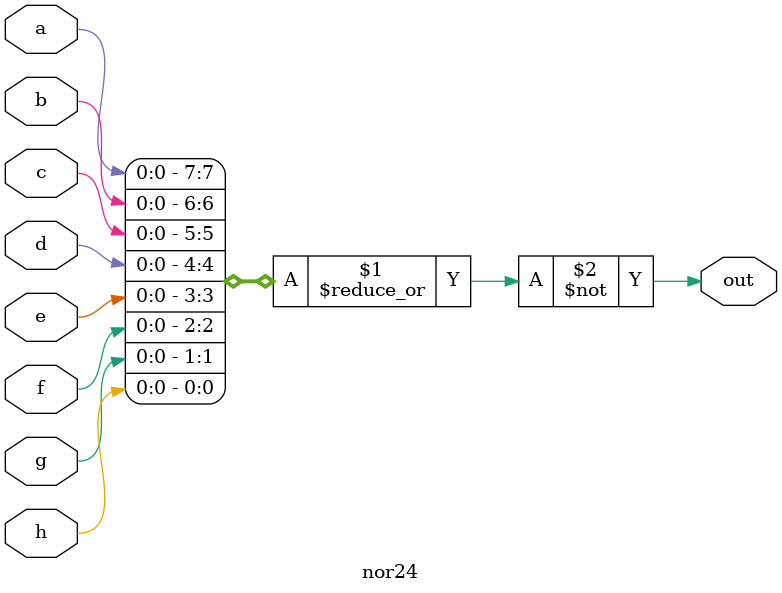
<source format=v>
module nor24 (
  input a,
  input b,
  input c,
  input d,
  input e,
  input f,
  input g,
  input h,
  output out
);

  assign out = ~(|{a,b,c,d,e,f,g ,h});

endmodule

</source>
